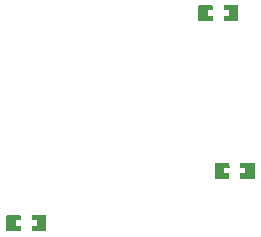
<source format=gtp>
G04 Layer: TopPasteMaskLayer*
G04 EasyEDA v6.5.14, 2022-08-24 20:25:52*
G04 37d94133e9fb4008a465715c89777dd1,10*
G04 Gerber Generator version 0.2*
G04 Scale: 100 percent, Rotated: No, Reflected: No *
G04 Dimensions in millimeters *
G04 leading zeros omitted , absolute positions ,4 integer and 5 decimal *
%FSLAX45Y45*%
%MOMM*%

%ADD10C,0.0001*%

%LPD*%
G36*
X8013801Y6647586D02*
G01*
X8008772Y6642608D01*
X8008772Y6514592D01*
X8013801Y6509613D01*
X8128812Y6509613D01*
X8133791Y6514592D01*
X8133283Y6556603D01*
X8089290Y6556603D01*
X8089290Y6601612D01*
X8134299Y6601612D01*
X8133791Y6642608D01*
X8128812Y6647586D01*
G37*
G36*
X8228787Y6647586D02*
G01*
X8223808Y6642608D01*
X8224316Y6601612D01*
X8268309Y6601612D01*
X8268309Y6556603D01*
X8223808Y6556603D01*
X8223808Y6514592D01*
X8228787Y6509613D01*
X8343798Y6509613D01*
X8348776Y6514592D01*
X8348776Y6642608D01*
X8343798Y6647586D01*
G37*
G36*
X9639401Y8425586D02*
G01*
X9634372Y8420608D01*
X9634372Y8292592D01*
X9639401Y8287613D01*
X9754412Y8287613D01*
X9759391Y8292592D01*
X9758883Y8334603D01*
X9714890Y8334603D01*
X9714890Y8379612D01*
X9759899Y8379612D01*
X9759391Y8420608D01*
X9754412Y8425586D01*
G37*
G36*
X9854387Y8425586D02*
G01*
X9849408Y8420608D01*
X9849916Y8379612D01*
X9893909Y8379612D01*
X9893909Y8334603D01*
X9849408Y8334603D01*
X9849408Y8292592D01*
X9854387Y8287613D01*
X9969398Y8287613D01*
X9974376Y8292592D01*
X9974376Y8420608D01*
X9969398Y8425586D01*
G37*
G36*
X9779101Y7092086D02*
G01*
X9774072Y7087108D01*
X9774072Y6959092D01*
X9779101Y6954113D01*
X9894112Y6954113D01*
X9899091Y6959092D01*
X9898583Y7001103D01*
X9854590Y7001103D01*
X9854590Y7046112D01*
X9899599Y7046112D01*
X9899091Y7087108D01*
X9894112Y7092086D01*
G37*
G36*
X9994087Y7092086D02*
G01*
X9989108Y7087108D01*
X9989616Y7046112D01*
X10033609Y7046112D01*
X10033609Y7001103D01*
X9989108Y7001103D01*
X9989108Y6959092D01*
X9994087Y6954113D01*
X10109098Y6954113D01*
X10114076Y6959092D01*
X10114076Y7087108D01*
X10109098Y7092086D01*
G37*
M02*

</source>
